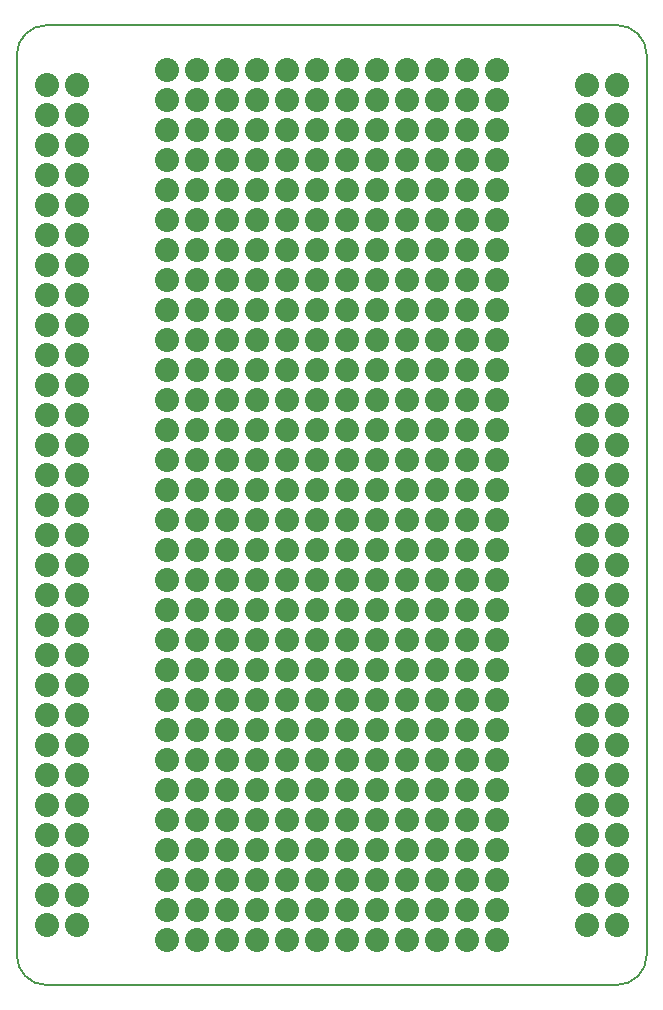
<source format=gbr>
%TF.GenerationSoftware,KiCad,Pcbnew,9.0.3-9.0.3-0~ubuntu24.04.1*%
%TF.CreationDate,2025-11-29T12:49:12+05:30*%
%TF.ProjectId,pronto,70726f6e-746f-42e6-9b69-6361645f7063,rev1*%
%TF.SameCoordinates,Original*%
%TF.FileFunction,Soldermask,Top*%
%TF.FilePolarity,Negative*%
%FSLAX46Y46*%
G04 Gerber Fmt 4.6, Leading zero omitted, Abs format (unit mm)*
G04 Created by KiCad (PCBNEW 9.0.3-9.0.3-0~ubuntu24.04.1) date 2025-11-29 12:49:12*
%MOMM*%
%LPD*%
G01*
G04 APERTURE LIST*
%ADD10C,2.032000*%
%TA.AperFunction,Profile*%
%ADD11C,0.150000*%
%TD*%
G04 APERTURE END LIST*
D10*
%TO.C,1pin*%
X142240000Y-115570000D03*
%TD*%
%TO.C,1pin*%
X139700000Y-115570000D03*
%TD*%
%TO.C,1pin*%
X139700000Y-113030000D03*
%TD*%
%TO.C,1pin*%
X142240000Y-113030000D03*
%TD*%
%TO.C,1pin*%
X142240000Y-107950000D03*
%TD*%
%TO.C,1pin*%
X139700000Y-107950000D03*
%TD*%
%TO.C,1pin*%
X139700000Y-110490000D03*
%TD*%
%TO.C,1pin*%
X142240000Y-110490000D03*
%TD*%
%TO.C,1pin*%
X142240000Y-100330000D03*
%TD*%
%TO.C,1pin*%
X139700000Y-100330000D03*
%TD*%
%TO.C,1pin*%
X139700000Y-97790000D03*
%TD*%
%TO.C,1pin*%
X142240000Y-97790000D03*
%TD*%
%TO.C,1pin*%
X139700000Y-105410000D03*
%TD*%
%TO.C,1pin*%
X142240000Y-105410000D03*
%TD*%
%TO.C,1pin*%
X142240000Y-85090000D03*
%TD*%
%TO.C,1pin*%
X139700000Y-85090000D03*
%TD*%
%TO.C,1pin*%
X139700000Y-82550000D03*
%TD*%
%TO.C,1pin*%
X142240000Y-82550000D03*
%TD*%
%TO.C,1pin*%
X142240000Y-77470000D03*
%TD*%
%TO.C,1pin*%
X139700000Y-77470000D03*
%TD*%
%TO.C,1pin*%
X139700000Y-80010000D03*
%TD*%
%TO.C,1pin*%
X142240000Y-80010000D03*
%TD*%
%TO.C,1pin*%
X142240000Y-90170000D03*
%TD*%
%TO.C,1pin*%
X139700000Y-90170000D03*
%TD*%
%TO.C,1pin*%
X142240000Y-92710000D03*
%TD*%
%TO.C,1pin*%
X139700000Y-92710000D03*
%TD*%
%TO.C,1pin*%
X139700000Y-95250000D03*
%TD*%
%TO.C,1pin*%
X142240000Y-95250000D03*
%TD*%
%TO.C,1pin*%
X142240000Y-54610000D03*
%TD*%
%TO.C,1pin*%
X139700000Y-54610000D03*
%TD*%
%TO.C,1pin*%
X139700000Y-52070000D03*
%TD*%
%TO.C,1pin*%
X142240000Y-52070000D03*
%TD*%
%TO.C,1pin*%
X142240000Y-46990000D03*
%TD*%
%TO.C,1pin*%
X139700000Y-46990000D03*
%TD*%
%TO.C,1pin*%
X139700000Y-49530000D03*
%TD*%
%TO.C,1pin*%
X142240000Y-49530000D03*
%TD*%
%TO.C,1pin*%
X139700000Y-44450000D03*
%TD*%
%TO.C,1pin*%
X142240000Y-44450000D03*
%TD*%
%TO.C,1pin*%
X142240000Y-64770000D03*
%TD*%
%TO.C,1pin*%
X139700000Y-64770000D03*
%TD*%
%TO.C,1pin*%
X139700000Y-62230000D03*
%TD*%
%TO.C,1pin*%
X142240000Y-62230000D03*
%TD*%
%TO.C,1pin*%
X139700000Y-59690000D03*
%TD*%
%TO.C,1pin*%
X142240000Y-59690000D03*
%TD*%
%TO.C,1pin*%
X142240000Y-69850000D03*
%TD*%
%TO.C,1pin*%
X139700000Y-69850000D03*
%TD*%
%TO.C,1pin*%
X139700000Y-67310000D03*
%TD*%
%TO.C,1pin*%
X142240000Y-67310000D03*
%TD*%
%TO.C,1pin*%
X139700000Y-74930000D03*
%TD*%
%TO.C,1pin*%
X142240000Y-74930000D03*
%TD*%
%TO.C,1pin*%
X93980000Y-74930000D03*
%TD*%
%TO.C,1pin*%
X96520000Y-74930000D03*
%TD*%
%TO.C,1pin*%
X93980000Y-67310000D03*
%TD*%
%TO.C,1pin*%
X96520000Y-67310000D03*
%TD*%
%TO.C,1pin*%
X96520000Y-69850000D03*
%TD*%
%TO.C,1pin*%
X93980000Y-69850000D03*
%TD*%
%TO.C,1pin*%
X93980000Y-59690000D03*
%TD*%
%TO.C,1pin*%
X96520000Y-59690000D03*
%TD*%
%TO.C,1pin*%
X93980000Y-62230000D03*
%TD*%
%TO.C,1pin*%
X96520000Y-62230000D03*
%TD*%
%TO.C,1pin*%
X96520000Y-64770000D03*
%TD*%
%TO.C,1pin*%
X93980000Y-64770000D03*
%TD*%
%TO.C,1pin*%
X93980000Y-44450000D03*
%TD*%
%TO.C,1pin*%
X96520000Y-44450000D03*
%TD*%
%TO.C,1pin*%
X93980000Y-49530000D03*
%TD*%
%TO.C,1pin*%
X96520000Y-49530000D03*
%TD*%
%TO.C,1pin*%
X96520000Y-46990000D03*
%TD*%
%TO.C,1pin*%
X93980000Y-46990000D03*
%TD*%
%TO.C,1pin*%
X93980000Y-52070000D03*
%TD*%
%TO.C,1pin*%
X96520000Y-52070000D03*
%TD*%
%TO.C,1pin*%
X96520000Y-54610000D03*
%TD*%
%TO.C,1pin*%
X93980000Y-54610000D03*
%TD*%
%TO.C,1pin*%
X93980000Y-95250000D03*
%TD*%
%TO.C,1pin*%
X96520000Y-95250000D03*
%TD*%
%TO.C,1pin*%
X96520000Y-92710000D03*
%TD*%
%TO.C,1pin*%
X93980000Y-92710000D03*
%TD*%
%TO.C,1pin*%
X96520000Y-90170000D03*
%TD*%
%TO.C,1pin*%
X93980000Y-90170000D03*
%TD*%
%TO.C,1pin*%
X93980000Y-80010000D03*
%TD*%
%TO.C,1pin*%
X96520000Y-80010000D03*
%TD*%
%TO.C,1pin*%
X96520000Y-77470000D03*
%TD*%
%TO.C,1pin*%
X93980000Y-77470000D03*
%TD*%
%TO.C,1pin*%
X93980000Y-82550000D03*
%TD*%
%TO.C,1pin*%
X96520000Y-82550000D03*
%TD*%
%TO.C,1pin*%
X96520000Y-85090000D03*
%TD*%
%TO.C,1pin*%
X93980000Y-85090000D03*
%TD*%
%TO.C,1pin*%
X93980000Y-105410000D03*
%TD*%
%TO.C,1pin*%
X96520000Y-105410000D03*
%TD*%
%TO.C,1pin*%
X93980000Y-97790000D03*
%TD*%
%TO.C,1pin*%
X96520000Y-97790000D03*
%TD*%
%TO.C,1pin*%
X96520000Y-100330000D03*
%TD*%
%TO.C,1pin*%
X93980000Y-100330000D03*
%TD*%
%TO.C,1pin*%
X93980000Y-110490000D03*
%TD*%
%TO.C,1pin*%
X96520000Y-110490000D03*
%TD*%
%TO.C,1pin*%
X96520000Y-107950000D03*
%TD*%
%TO.C,1pin*%
X93980000Y-107950000D03*
%TD*%
%TO.C,1pin*%
X93980000Y-113030000D03*
%TD*%
%TO.C,1pin*%
X96520000Y-113030000D03*
%TD*%
%TO.C,1pin*%
X96520000Y-115570000D03*
%TD*%
%TO.C,1pin*%
X93980000Y-115570000D03*
%TD*%
%TO.C,1pin*%
X121920000Y-45720000D03*
%TD*%
%TO.C,1pin*%
X124460000Y-45720000D03*
%TD*%
%TO.C,1pin*%
X127000000Y-45720000D03*
%TD*%
%TO.C,1pin*%
X132080000Y-45720000D03*
%TD*%
%TO.C,1pin*%
X129540000Y-45720000D03*
%TD*%
%TO.C,1pin*%
X129540000Y-43180000D03*
%TD*%
%TO.C,1pin*%
X132080000Y-43180000D03*
%TD*%
%TO.C,1pin*%
X127000000Y-43180000D03*
%TD*%
%TO.C,1pin*%
X124460000Y-43180000D03*
%TD*%
%TO.C,1pin*%
X121920000Y-43180000D03*
%TD*%
%TO.C,1pin*%
X114300000Y-43180000D03*
%TD*%
%TO.C,1pin*%
X111760000Y-43180000D03*
%TD*%
%TO.C,1pin*%
X109220000Y-43180000D03*
%TD*%
%TO.C,1pin*%
X104140000Y-43180000D03*
%TD*%
%TO.C,1pin*%
X106680000Y-43180000D03*
%TD*%
%TO.C,1pin*%
X106680000Y-45720000D03*
%TD*%
%TO.C,1pin*%
X104140000Y-45720000D03*
%TD*%
%TO.C,1pin*%
X109220000Y-45720000D03*
%TD*%
%TO.C,1pin*%
X111760000Y-45720000D03*
%TD*%
%TO.C,1pin*%
X114300000Y-45720000D03*
%TD*%
%TO.C,1pin*%
X114300000Y-50800000D03*
%TD*%
%TO.C,1pin*%
X111760000Y-50800000D03*
%TD*%
%TO.C,1pin*%
X109220000Y-50800000D03*
%TD*%
%TO.C,1pin*%
X104140000Y-50800000D03*
%TD*%
%TO.C,1pin*%
X106680000Y-50800000D03*
%TD*%
%TO.C,1pin*%
X106680000Y-48260000D03*
%TD*%
%TO.C,1pin*%
X104140000Y-48260000D03*
%TD*%
%TO.C,1pin*%
X109220000Y-48260000D03*
%TD*%
%TO.C,1pin*%
X111760000Y-48260000D03*
%TD*%
%TO.C,1pin*%
X114300000Y-48260000D03*
%TD*%
%TO.C,1pin*%
X114300000Y-58420000D03*
%TD*%
%TO.C,1pin*%
X111760000Y-58420000D03*
%TD*%
%TO.C,1pin*%
X109220000Y-58420000D03*
%TD*%
%TO.C,1pin*%
X104140000Y-58420000D03*
%TD*%
%TO.C,1pin*%
X106680000Y-58420000D03*
%TD*%
%TO.C,1pin*%
X106680000Y-60960000D03*
%TD*%
%TO.C,1pin*%
X104140000Y-60960000D03*
%TD*%
%TO.C,1pin*%
X109220000Y-60960000D03*
%TD*%
%TO.C,1pin*%
X111760000Y-60960000D03*
%TD*%
%TO.C,1pin*%
X114300000Y-60960000D03*
%TD*%
%TO.C,1pin*%
X114300000Y-55880000D03*
%TD*%
%TO.C,1pin*%
X111760000Y-55880000D03*
%TD*%
%TO.C,1pin*%
X109220000Y-55880000D03*
%TD*%
%TO.C,1pin*%
X104140000Y-55880000D03*
%TD*%
%TO.C,1pin*%
X106680000Y-55880000D03*
%TD*%
%TO.C,1pin*%
X106680000Y-53340000D03*
%TD*%
%TO.C,1pin*%
X104140000Y-53340000D03*
%TD*%
%TO.C,1pin*%
X109220000Y-53340000D03*
%TD*%
%TO.C,1pin*%
X111760000Y-53340000D03*
%TD*%
%TO.C,1pin*%
X114300000Y-53340000D03*
%TD*%
%TO.C,1pin*%
X114300000Y-73660000D03*
%TD*%
%TO.C,1pin*%
X111760000Y-73660000D03*
%TD*%
%TO.C,1pin*%
X109220000Y-73660000D03*
%TD*%
%TO.C,1pin*%
X104140000Y-73660000D03*
%TD*%
%TO.C,1pin*%
X106680000Y-73660000D03*
%TD*%
%TO.C,1pin*%
X106680000Y-76200000D03*
%TD*%
%TO.C,1pin*%
X104140000Y-76200000D03*
%TD*%
%TO.C,1pin*%
X109220000Y-76200000D03*
%TD*%
%TO.C,1pin*%
X111760000Y-76200000D03*
%TD*%
%TO.C,1pin*%
X114300000Y-76200000D03*
%TD*%
%TO.C,1pin*%
X114300000Y-81280000D03*
%TD*%
%TO.C,1pin*%
X111760000Y-81280000D03*
%TD*%
%TO.C,1pin*%
X109220000Y-81280000D03*
%TD*%
%TO.C,1pin*%
X104140000Y-81280000D03*
%TD*%
%TO.C,1pin*%
X106680000Y-81280000D03*
%TD*%
%TO.C,1pin*%
X106680000Y-78740000D03*
%TD*%
%TO.C,1pin*%
X104140000Y-78740000D03*
%TD*%
%TO.C,1pin*%
X109220000Y-78740000D03*
%TD*%
%TO.C,1pin*%
X111760000Y-78740000D03*
%TD*%
%TO.C,1pin*%
X114300000Y-78740000D03*
%TD*%
%TO.C,1pin*%
X114300000Y-68580000D03*
%TD*%
%TO.C,1pin*%
X111760000Y-68580000D03*
%TD*%
%TO.C,1pin*%
X109220000Y-68580000D03*
%TD*%
%TO.C,1pin*%
X104140000Y-68580000D03*
%TD*%
%TO.C,1pin*%
X106680000Y-68580000D03*
%TD*%
%TO.C,1pin*%
X106680000Y-71120000D03*
%TD*%
%TO.C,1pin*%
X104140000Y-71120000D03*
%TD*%
%TO.C,1pin*%
X109220000Y-71120000D03*
%TD*%
%TO.C,1pin*%
X111760000Y-71120000D03*
%TD*%
%TO.C,1pin*%
X114300000Y-71120000D03*
%TD*%
%TO.C,1pin*%
X114300000Y-66040000D03*
%TD*%
%TO.C,1pin*%
X111760000Y-66040000D03*
%TD*%
%TO.C,1pin*%
X109220000Y-66040000D03*
%TD*%
%TO.C,1pin*%
X104140000Y-66040000D03*
%TD*%
%TO.C,1pin*%
X106680000Y-66040000D03*
%TD*%
%TO.C,1pin*%
X106680000Y-63500000D03*
%TD*%
%TO.C,1pin*%
X104140000Y-63500000D03*
%TD*%
%TO.C,1pin*%
X109220000Y-63500000D03*
%TD*%
%TO.C,1pin*%
X111760000Y-63500000D03*
%TD*%
%TO.C,1pin*%
X114300000Y-63500000D03*
%TD*%
%TO.C,1pin*%
X114300000Y-104140000D03*
%TD*%
%TO.C,1pin*%
X111760000Y-104140000D03*
%TD*%
%TO.C,1pin*%
X109220000Y-104140000D03*
%TD*%
%TO.C,1pin*%
X104140000Y-104140000D03*
%TD*%
%TO.C,1pin*%
X106680000Y-104140000D03*
%TD*%
%TO.C,1pin*%
X106680000Y-106680000D03*
%TD*%
%TO.C,1pin*%
X104140000Y-106680000D03*
%TD*%
%TO.C,1pin*%
X109220000Y-106680000D03*
%TD*%
%TO.C,1pin*%
X111760000Y-106680000D03*
%TD*%
%TO.C,1pin*%
X114300000Y-106680000D03*
%TD*%
%TO.C,1pin*%
X114300000Y-111760000D03*
%TD*%
%TO.C,1pin*%
X111760000Y-111760000D03*
%TD*%
%TO.C,1pin*%
X109220000Y-111760000D03*
%TD*%
%TO.C,1pin*%
X104140000Y-111760000D03*
%TD*%
%TO.C,1pin*%
X106680000Y-111760000D03*
%TD*%
%TO.C,1pin*%
X106680000Y-109220000D03*
%TD*%
%TO.C,1pin*%
X104140000Y-109220000D03*
%TD*%
%TO.C,1pin*%
X109220000Y-109220000D03*
%TD*%
%TO.C,1pin*%
X111760000Y-109220000D03*
%TD*%
%TO.C,1pin*%
X114300000Y-109220000D03*
%TD*%
%TO.C,1pin*%
X114300000Y-116840000D03*
%TD*%
%TO.C,1pin*%
X111760000Y-116840000D03*
%TD*%
%TO.C,1pin*%
X109220000Y-116840000D03*
%TD*%
%TO.C,1pin*%
X104140000Y-116840000D03*
%TD*%
%TO.C,1pin*%
X106680000Y-116840000D03*
%TD*%
%TO.C,1pin*%
X106680000Y-114300000D03*
%TD*%
%TO.C,1pin*%
X104140000Y-114300000D03*
%TD*%
%TO.C,1pin*%
X109220000Y-114300000D03*
%TD*%
%TO.C,1pin*%
X111760000Y-114300000D03*
%TD*%
%TO.C,1pin*%
X114300000Y-114300000D03*
%TD*%
%TO.C,1pin*%
X114300000Y-93980000D03*
%TD*%
%TO.C,1pin*%
X111760000Y-93980000D03*
%TD*%
%TO.C,1pin*%
X109220000Y-93980000D03*
%TD*%
%TO.C,1pin*%
X104140000Y-93980000D03*
%TD*%
%TO.C,1pin*%
X106680000Y-93980000D03*
%TD*%
%TO.C,1pin*%
X106680000Y-96520000D03*
%TD*%
%TO.C,1pin*%
X104140000Y-96520000D03*
%TD*%
%TO.C,1pin*%
X109220000Y-96520000D03*
%TD*%
%TO.C,1pin*%
X111760000Y-96520000D03*
%TD*%
%TO.C,1pin*%
X114300000Y-96520000D03*
%TD*%
%TO.C,1pin*%
X114300000Y-101600000D03*
%TD*%
%TO.C,1pin*%
X111760000Y-101600000D03*
%TD*%
%TO.C,1pin*%
X109220000Y-101600000D03*
%TD*%
%TO.C,1pin*%
X104140000Y-101600000D03*
%TD*%
%TO.C,1pin*%
X106680000Y-101600000D03*
%TD*%
%TO.C,1pin*%
X106680000Y-99060000D03*
%TD*%
%TO.C,1pin*%
X104140000Y-99060000D03*
%TD*%
%TO.C,1pin*%
X109220000Y-99060000D03*
%TD*%
%TO.C,1pin*%
X111760000Y-99060000D03*
%TD*%
%TO.C,1pin*%
X114300000Y-99060000D03*
%TD*%
%TO.C,1pin*%
X114300000Y-88900000D03*
%TD*%
%TO.C,1pin*%
X111760000Y-88900000D03*
%TD*%
%TO.C,1pin*%
X109220000Y-88900000D03*
%TD*%
%TO.C,1pin*%
X104140000Y-88900000D03*
%TD*%
%TO.C,1pin*%
X106680000Y-88900000D03*
%TD*%
%TO.C,1pin*%
X106680000Y-91440000D03*
%TD*%
%TO.C,1pin*%
X104140000Y-91440000D03*
%TD*%
%TO.C,1pin*%
X109220000Y-91440000D03*
%TD*%
%TO.C,1pin*%
X111760000Y-91440000D03*
%TD*%
%TO.C,1pin*%
X114300000Y-91440000D03*
%TD*%
%TO.C,1pin*%
X114300000Y-86360000D03*
%TD*%
%TO.C,1pin*%
X111760000Y-86360000D03*
%TD*%
%TO.C,1pin*%
X109220000Y-86360000D03*
%TD*%
%TO.C,1pin*%
X104140000Y-86360000D03*
%TD*%
%TO.C,1pin*%
X106680000Y-86360000D03*
%TD*%
%TO.C,1pin*%
X106680000Y-83820000D03*
%TD*%
%TO.C,1pin*%
X104140000Y-83820000D03*
%TD*%
%TO.C,1pin*%
X109220000Y-83820000D03*
%TD*%
%TO.C,1pin*%
X111760000Y-83820000D03*
%TD*%
%TO.C,1pin*%
X114300000Y-83820000D03*
%TD*%
%TO.C,1pin*%
X121920000Y-48260000D03*
%TD*%
%TO.C,1pin*%
X124460000Y-48260000D03*
%TD*%
%TO.C,1pin*%
X127000000Y-48260000D03*
%TD*%
%TO.C,1pin*%
X132080000Y-48260000D03*
%TD*%
%TO.C,1pin*%
X129540000Y-48260000D03*
%TD*%
%TO.C,1pin*%
X129540000Y-50800000D03*
%TD*%
%TO.C,1pin*%
X132080000Y-50800000D03*
%TD*%
%TO.C,1pin*%
X127000000Y-50800000D03*
%TD*%
%TO.C,1pin*%
X124460000Y-50800000D03*
%TD*%
%TO.C,1pin*%
X121920000Y-50800000D03*
%TD*%
%TO.C,1pin*%
X121920000Y-60960000D03*
%TD*%
%TO.C,1pin*%
X124460000Y-60960000D03*
%TD*%
%TO.C,1pin*%
X127000000Y-60960000D03*
%TD*%
%TO.C,1pin*%
X132080000Y-60960000D03*
%TD*%
%TO.C,1pin*%
X129540000Y-60960000D03*
%TD*%
%TO.C,1pin*%
X129540000Y-58420000D03*
%TD*%
%TO.C,1pin*%
X132080000Y-58420000D03*
%TD*%
%TO.C,1pin*%
X127000000Y-58420000D03*
%TD*%
%TO.C,1pin*%
X124460000Y-58420000D03*
%TD*%
%TO.C,1pin*%
X121920000Y-58420000D03*
%TD*%
%TO.C,1pin*%
X121920000Y-53340000D03*
%TD*%
%TO.C,1pin*%
X124460000Y-53340000D03*
%TD*%
%TO.C,1pin*%
X127000000Y-53340000D03*
%TD*%
%TO.C,1pin*%
X132080000Y-53340000D03*
%TD*%
%TO.C,1pin*%
X129540000Y-53340000D03*
%TD*%
%TO.C,1pin*%
X129540000Y-55880000D03*
%TD*%
%TO.C,1pin*%
X132080000Y-55880000D03*
%TD*%
%TO.C,1pin*%
X127000000Y-55880000D03*
%TD*%
%TO.C,1pin*%
X124460000Y-55880000D03*
%TD*%
%TO.C,1pin*%
X121920000Y-55880000D03*
%TD*%
%TO.C,1pin*%
X121920000Y-76200000D03*
%TD*%
%TO.C,1pin*%
X124460000Y-76200000D03*
%TD*%
%TO.C,1pin*%
X127000000Y-76200000D03*
%TD*%
%TO.C,1pin*%
X132080000Y-76200000D03*
%TD*%
%TO.C,1pin*%
X129540000Y-76200000D03*
%TD*%
%TO.C,1pin*%
X129540000Y-73660000D03*
%TD*%
%TO.C,1pin*%
X132080000Y-73660000D03*
%TD*%
%TO.C,1pin*%
X127000000Y-73660000D03*
%TD*%
%TO.C,1pin*%
X124460000Y-73660000D03*
%TD*%
%TO.C,1pin*%
X121920000Y-73660000D03*
%TD*%
%TO.C,1pin*%
X121920000Y-78740000D03*
%TD*%
%TO.C,1pin*%
X124460000Y-78740000D03*
%TD*%
%TO.C,1pin*%
X127000000Y-78740000D03*
%TD*%
%TO.C,1pin*%
X132080000Y-78740000D03*
%TD*%
%TO.C,1pin*%
X129540000Y-78740000D03*
%TD*%
%TO.C,1pin*%
X129540000Y-81280000D03*
%TD*%
%TO.C,1pin*%
X132080000Y-81280000D03*
%TD*%
%TO.C,1pin*%
X127000000Y-81280000D03*
%TD*%
%TO.C,1pin*%
X124460000Y-81280000D03*
%TD*%
%TO.C,1pin*%
X121920000Y-81280000D03*
%TD*%
%TO.C,1pin*%
X121920000Y-71120000D03*
%TD*%
%TO.C,1pin*%
X124460000Y-71120000D03*
%TD*%
%TO.C,1pin*%
X127000000Y-71120000D03*
%TD*%
%TO.C,1pin*%
X132080000Y-71120000D03*
%TD*%
%TO.C,1pin*%
X129540000Y-71120000D03*
%TD*%
%TO.C,1pin*%
X129540000Y-68580000D03*
%TD*%
%TO.C,1pin*%
X132080000Y-68580000D03*
%TD*%
%TO.C,1pin*%
X127000000Y-68580000D03*
%TD*%
%TO.C,1pin*%
X124460000Y-68580000D03*
%TD*%
%TO.C,1pin*%
X121920000Y-68580000D03*
%TD*%
%TO.C,1pin*%
X121920000Y-63500000D03*
%TD*%
%TO.C,1pin*%
X124460000Y-63500000D03*
%TD*%
%TO.C,1pin*%
X127000000Y-63500000D03*
%TD*%
%TO.C,1pin*%
X132080000Y-63500000D03*
%TD*%
%TO.C,1pin*%
X129540000Y-63500000D03*
%TD*%
%TO.C,1pin*%
X129540000Y-66040000D03*
%TD*%
%TO.C,1pin*%
X132080000Y-66040000D03*
%TD*%
%TO.C,1pin*%
X127000000Y-66040000D03*
%TD*%
%TO.C,1pin*%
X124460000Y-66040000D03*
%TD*%
%TO.C,1pin*%
X121920000Y-66040000D03*
%TD*%
%TO.C,1pin*%
X121920000Y-83820000D03*
%TD*%
%TO.C,1pin*%
X124460000Y-83820000D03*
%TD*%
%TO.C,1pin*%
X127000000Y-83820000D03*
%TD*%
%TO.C,1pin*%
X132080000Y-83820000D03*
%TD*%
%TO.C,1pin*%
X129540000Y-83820000D03*
%TD*%
%TO.C,1pin*%
X129540000Y-86360000D03*
%TD*%
%TO.C,1pin*%
X132080000Y-86360000D03*
%TD*%
%TO.C,1pin*%
X127000000Y-86360000D03*
%TD*%
%TO.C,1pin*%
X124460000Y-86360000D03*
%TD*%
%TO.C,1pin*%
X121920000Y-86360000D03*
%TD*%
%TO.C,1pin*%
X121920000Y-96520000D03*
%TD*%
%TO.C,1pin*%
X124460000Y-96520000D03*
%TD*%
%TO.C,1pin*%
X127000000Y-96520000D03*
%TD*%
%TO.C,1pin*%
X132080000Y-96520000D03*
%TD*%
%TO.C,1pin*%
X129540000Y-96520000D03*
%TD*%
%TO.C,1pin*%
X129540000Y-93980000D03*
%TD*%
%TO.C,1pin*%
X132080000Y-93980000D03*
%TD*%
%TO.C,1pin*%
X127000000Y-93980000D03*
%TD*%
%TO.C,1pin*%
X124460000Y-93980000D03*
%TD*%
%TO.C,1pin*%
X121920000Y-93980000D03*
%TD*%
%TO.C,1pin*%
X121920000Y-88900000D03*
%TD*%
%TO.C,1pin*%
X124460000Y-88900000D03*
%TD*%
%TO.C,1pin*%
X127000000Y-88900000D03*
%TD*%
%TO.C,1pin*%
X132080000Y-88900000D03*
%TD*%
%TO.C,1pin*%
X129540000Y-88900000D03*
%TD*%
%TO.C,1pin*%
X129540000Y-91440000D03*
%TD*%
%TO.C,1pin*%
X132080000Y-91440000D03*
%TD*%
%TO.C,1pin*%
X127000000Y-91440000D03*
%TD*%
%TO.C,1pin*%
X124460000Y-91440000D03*
%TD*%
%TO.C,1pin*%
X121920000Y-91440000D03*
%TD*%
%TO.C,1pin*%
X121920000Y-104140000D03*
%TD*%
%TO.C,1pin*%
X124460000Y-104140000D03*
%TD*%
%TO.C,1pin*%
X127000000Y-104140000D03*
%TD*%
%TO.C,1pin*%
X132080000Y-104140000D03*
%TD*%
%TO.C,1pin*%
X129540000Y-104140000D03*
%TD*%
%TO.C,1pin*%
X129540000Y-101600000D03*
%TD*%
%TO.C,1pin*%
X132080000Y-101600000D03*
%TD*%
%TO.C,1pin*%
X127000000Y-101600000D03*
%TD*%
%TO.C,1pin*%
X124460000Y-101600000D03*
%TD*%
%TO.C,1pin*%
X121920000Y-101600000D03*
%TD*%
%TO.C,1pin*%
X121920000Y-106680000D03*
%TD*%
%TO.C,1pin*%
X124460000Y-106680000D03*
%TD*%
%TO.C,1pin*%
X127000000Y-106680000D03*
%TD*%
%TO.C,1pin*%
X132080000Y-106680000D03*
%TD*%
%TO.C,1pin*%
X129540000Y-106680000D03*
%TD*%
%TO.C,1pin*%
X129540000Y-109220000D03*
%TD*%
%TO.C,1pin*%
X132080000Y-109220000D03*
%TD*%
%TO.C,1pin*%
X127000000Y-109220000D03*
%TD*%
%TO.C,1pin*%
X124460000Y-109220000D03*
%TD*%
%TO.C,1pin*%
X121920000Y-109220000D03*
%TD*%
%TO.C,1pin*%
X121920000Y-99060000D03*
%TD*%
%TO.C,1pin*%
X124460000Y-99060000D03*
%TD*%
%TO.C,1pin*%
X127000000Y-99060000D03*
%TD*%
%TO.C,1pin*%
X132080000Y-99060000D03*
%TD*%
%TO.C,1pin*%
X129540000Y-99060000D03*
%TD*%
%TO.C,1pin*%
X121920000Y-116840000D03*
%TD*%
%TO.C,1pin*%
X124460000Y-116840000D03*
%TD*%
%TO.C,1pin*%
X127000000Y-116840000D03*
%TD*%
%TO.C,1pin*%
X132080000Y-116840000D03*
%TD*%
%TO.C,1pin*%
X129540000Y-116840000D03*
%TD*%
%TO.C,1pin*%
X129540000Y-114300000D03*
%TD*%
%TO.C,1pin*%
X132080000Y-114300000D03*
%TD*%
%TO.C,1pin*%
X127000000Y-114300000D03*
%TD*%
%TO.C,1pin*%
X124460000Y-114300000D03*
%TD*%
%TO.C,1pin*%
X121920000Y-114300000D03*
%TD*%
%TO.C,1pin*%
X129540000Y-111760000D03*
%TD*%
%TO.C,1pin*%
X132080000Y-111760000D03*
%TD*%
%TO.C,1pin*%
X127000000Y-111760000D03*
%TD*%
%TO.C,1pin*%
X124460000Y-111760000D03*
%TD*%
%TO.C,1pin*%
X121920000Y-111760000D03*
%TD*%
%TO.C,1pin*%
X116840000Y-114300000D03*
%TD*%
%TO.C,1pin*%
X119380000Y-114300000D03*
%TD*%
%TO.C,1pin*%
X119380000Y-111760000D03*
%TD*%
%TO.C,1pin*%
X116840000Y-111760000D03*
%TD*%
%TO.C,1pin*%
X116840000Y-106680000D03*
%TD*%
%TO.C,1pin*%
X119380000Y-106680000D03*
%TD*%
%TO.C,1pin*%
X119380000Y-109220000D03*
%TD*%
%TO.C,1pin*%
X116840000Y-109220000D03*
%TD*%
%TO.C,1pin*%
X116840000Y-99060000D03*
%TD*%
%TO.C,1pin*%
X119380000Y-99060000D03*
%TD*%
%TO.C,1pin*%
X119380000Y-96520000D03*
%TD*%
%TO.C,1pin*%
X116840000Y-96520000D03*
%TD*%
%TO.C,1pin*%
X119380000Y-104140000D03*
%TD*%
%TO.C,1pin*%
X116840000Y-104140000D03*
%TD*%
%TO.C,1pin*%
X116840000Y-83820000D03*
%TD*%
%TO.C,1pin*%
X119380000Y-83820000D03*
%TD*%
%TO.C,1pin*%
X119380000Y-81280000D03*
%TD*%
%TO.C,1pin*%
X116840000Y-81280000D03*
%TD*%
%TO.C,1pin*%
X116840000Y-76200000D03*
%TD*%
%TO.C,1pin*%
X119380000Y-76200000D03*
%TD*%
%TO.C,1pin*%
X119380000Y-78740000D03*
%TD*%
%TO.C,1pin*%
X116840000Y-78740000D03*
%TD*%
%TO.C,1pin*%
X116840000Y-88900000D03*
%TD*%
%TO.C,1pin*%
X119380000Y-88900000D03*
%TD*%
%TO.C,1pin*%
X116840000Y-91440000D03*
%TD*%
%TO.C,1pin*%
X119380000Y-91440000D03*
%TD*%
%TO.C,1pin*%
X119380000Y-93980000D03*
%TD*%
%TO.C,1pin*%
X116840000Y-93980000D03*
%TD*%
%TO.C,1pin*%
X116840000Y-53340000D03*
%TD*%
%TO.C,1pin*%
X119380000Y-53340000D03*
%TD*%
%TO.C,1pin*%
X119380000Y-50800000D03*
%TD*%
%TO.C,1pin*%
X116840000Y-50800000D03*
%TD*%
%TO.C,1pin*%
X116840000Y-45720000D03*
%TD*%
%TO.C,1pin*%
X119380000Y-45720000D03*
%TD*%
%TO.C,1pin*%
X119380000Y-48260000D03*
%TD*%
%TO.C,1pin*%
X116840000Y-48260000D03*
%TD*%
%TO.C,1pin*%
X119380000Y-43180000D03*
%TD*%
%TO.C,1pin*%
X116840000Y-43180000D03*
%TD*%
%TO.C,1pin*%
X116840000Y-63500000D03*
%TD*%
%TO.C,1pin*%
X119380000Y-63500000D03*
%TD*%
%TO.C,1pin*%
X119380000Y-60960000D03*
%TD*%
%TO.C,1pin*%
X116840000Y-60960000D03*
%TD*%
%TO.C,1pin*%
X119380000Y-58420000D03*
%TD*%
%TO.C,1pin*%
X116840000Y-58420000D03*
%TD*%
%TO.C,1pin*%
X116840000Y-68580000D03*
%TD*%
%TO.C,1pin*%
X119380000Y-68580000D03*
%TD*%
%TO.C,1pin*%
X119380000Y-66040000D03*
%TD*%
%TO.C,1pin*%
X116840000Y-66040000D03*
%TD*%
%TO.C,1pin*%
X119380000Y-73660000D03*
%TD*%
%TO.C,1pin*%
X116840000Y-73660000D03*
%TD*%
%TO.C,1pin*%
X116840000Y-55880000D03*
%TD*%
%TO.C,1pin*%
X119380000Y-55880000D03*
%TD*%
%TO.C,1pin*%
X116840000Y-71120000D03*
%TD*%
%TO.C,1pin*%
X119380000Y-71120000D03*
%TD*%
%TO.C,1pin*%
X116840000Y-86360000D03*
%TD*%
%TO.C,1pin*%
X119380000Y-86360000D03*
%TD*%
%TO.C,1pin*%
X116840000Y-101600000D03*
%TD*%
%TO.C,1pin*%
X119380000Y-101600000D03*
%TD*%
%TO.C,1pin*%
X116840000Y-116840000D03*
%TD*%
%TO.C,1pin*%
X119380000Y-116840000D03*
%TD*%
%TO.C,1pin*%
X93980000Y-57150000D03*
%TD*%
%TO.C,1pin*%
X96520000Y-57150000D03*
%TD*%
%TO.C,1pin*%
X93980000Y-72390000D03*
%TD*%
%TO.C,1pin*%
X96520000Y-72390000D03*
%TD*%
%TO.C,1pin*%
X93980000Y-87630000D03*
%TD*%
%TO.C,1pin*%
X96520000Y-87630000D03*
%TD*%
%TO.C,1pin*%
X93980000Y-102870000D03*
%TD*%
%TO.C,1pin*%
X96520000Y-102870000D03*
%TD*%
%TO.C,1pin*%
X139700000Y-57150000D03*
%TD*%
%TO.C,1pin*%
X142240000Y-57150000D03*
%TD*%
%TO.C,1pin*%
X139700000Y-72390000D03*
%TD*%
%TO.C,1pin*%
X142240000Y-72390000D03*
%TD*%
%TO.C,1pin*%
X139700000Y-87630000D03*
%TD*%
%TO.C,1pin*%
X142240000Y-87630000D03*
%TD*%
%TO.C,1pin*%
X139700000Y-102870000D03*
%TD*%
%TO.C,1pin*%
X142240000Y-102870000D03*
%TD*%
D11*
X144780000Y-41910000D02*
X144780000Y-118110000D01*
X142240000Y-39370000D02*
G75*
G02*
X144780000Y-41910000I0J-2540000D01*
G01*
X91440000Y-118110000D02*
X91440000Y-41910000D01*
X91440000Y-41910000D02*
G75*
G02*
X93980000Y-39370000I2540000J0D01*
G01*
X93980000Y-39370000D02*
X142240000Y-39370000D01*
X144780000Y-118110000D02*
G75*
G02*
X142240000Y-120650000I-2540000J0D01*
G01*
X93980000Y-120650000D02*
G75*
G02*
X91440000Y-118110000I0J2540000D01*
G01*
X142240000Y-120650000D02*
X93980000Y-120650000D01*
M02*

</source>
